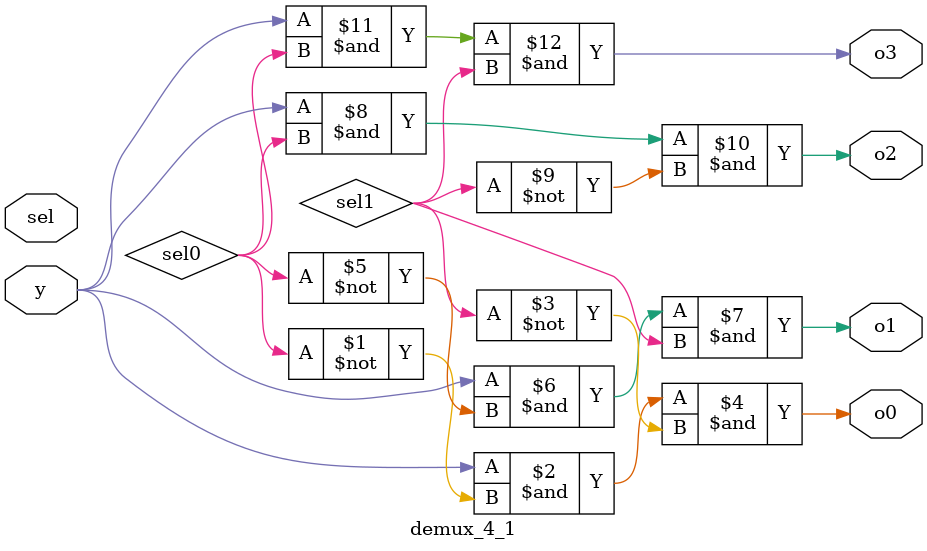
<source format=v>
module demux_4_1(
input y,
input [1:0] sel,
output o0 , o1,o2,o3);

//00->o0 ; 01->o1 ; 10->o2 ; 11->o3
assign o0=y & (~sel0) & (~sel1);
assign o1=y & (~sel0) & (sel1);
assign o2=y & (sel0) & (~sel1);
assign o3=y & (sel0) & (sel1);
endmodule

</source>
